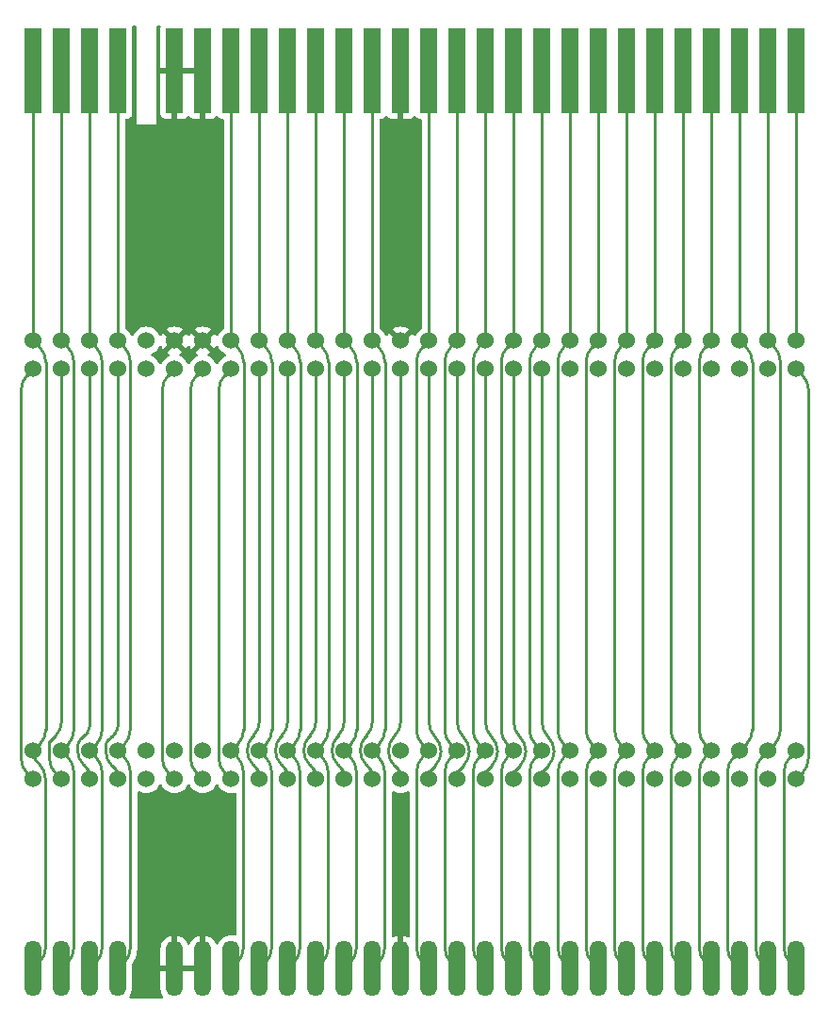
<source format=gbr>
%TF.GenerationSoftware,KiCad,Pcbnew,8.0.0*%
%TF.CreationDate,2024-02-29T19:57:34+01:00*%
%TF.ProjectId,ZX Spectrum_ BUS Expander,5a582053-7065-4637-9472-756d2c204255,rev?*%
%TF.SameCoordinates,Original*%
%TF.FileFunction,Copper,L2,Bot*%
%TF.FilePolarity,Positive*%
%FSLAX46Y46*%
G04 Gerber Fmt 4.6, Leading zero omitted, Abs format (unit mm)*
G04 Created by KiCad (PCBNEW 8.0.0) date 2024-02-29 19:57:34*
%MOMM*%
%LPD*%
G01*
G04 APERTURE LIST*
G04 Aperture macros list*
%AMRoundRect*
0 Rectangle with rounded corners*
0 $1 Rounding radius*
0 $2 $3 $4 $5 $6 $7 $8 $9 X,Y pos of 4 corners*
0 Add a 4 corners polygon primitive as box body*
4,1,4,$2,$3,$4,$5,$6,$7,$8,$9,$2,$3,0*
0 Add four circle primitives for the rounded corners*
1,1,$1+$1,$2,$3*
1,1,$1+$1,$4,$5*
1,1,$1+$1,$6,$7*
1,1,$1+$1,$8,$9*
0 Add four rect primitives between the rounded corners*
20,1,$1+$1,$2,$3,$4,$5,0*
20,1,$1+$1,$4,$5,$6,$7,0*
20,1,$1+$1,$6,$7,$8,$9,0*
20,1,$1+$1,$8,$9,$2,$3,0*%
G04 Aperture macros list end*
%TA.AperFunction,ComponentPad*%
%ADD10C,1.524000*%
%TD*%
%TA.AperFunction,SMDPad,CuDef*%
%ADD11RoundRect,0.762000X0.000000X-1.738000X0.000000X-1.738000X0.000000X1.738000X0.000000X1.738000X0*%
%TD*%
%TA.AperFunction,SMDPad,CuDef*%
%ADD12R,1.524000X7.620000*%
%TD*%
%TA.AperFunction,Conductor*%
%ADD13C,0.250000*%
%TD*%
G04 APERTURE END LIST*
D10*
%TO.P,J1,*%
%TO.N,*%
X115646200Y-80010000D03*
X115646200Y-82550000D03*
%TO.P,J1,A1,Pin_a1*%
%TO.N,A15*%
X105486200Y-82550000D03*
%TO.P,J1,A2,Pin_a2*%
%TO.N,A13*%
X108026200Y-82550000D03*
%TO.P,J1,A3,Pin_a3*%
%TO.N,D7*%
X110566200Y-82550000D03*
%TO.P,J1,A4,Pin_a4*%
%TO.N,~{OEM_ROM1}*%
X113106200Y-82550000D03*
%TO.P,J1,A6,Pin_a6*%
%TO.N,D0*%
X118186200Y-82550000D03*
%TO.P,J1,A7,Pin_a7*%
%TO.N,D1*%
X120726200Y-82550000D03*
%TO.P,J1,A8,Pin_a8*%
%TO.N,D2*%
X123266200Y-82550000D03*
%TO.P,J1,A9,Pin_a9*%
%TO.N,D6*%
X125806200Y-82550000D03*
%TO.P,J1,A10,Pin_a10*%
%TO.N,D5*%
X128346200Y-82550000D03*
%TO.P,J1,A11,Pin_a11*%
%TO.N,D3*%
X130886200Y-82550000D03*
%TO.P,J1,A12,Pin_a12*%
%TO.N,D4*%
X133426200Y-82550000D03*
%TO.P,J1,A13,Pin_a13*%
%TO.N,~{INT}*%
X135966200Y-82550000D03*
%TO.P,J1,A14,Pin_a14*%
%TO.N,~{NMI}*%
X138506200Y-82550000D03*
%TO.P,J1,A15,Pin_a15*%
%TO.N,~{HALT}*%
X141046200Y-82550000D03*
%TO.P,J1,A16,Pin_a16*%
%TO.N,~{MREQ}*%
X143586200Y-82550000D03*
%TO.P,J1,A17,Pin_a17*%
%TO.N,~{IORQ}*%
X146126200Y-82550000D03*
%TO.P,J1,A18,Pin_a18*%
%TO.N,~{RD}*%
X148666200Y-82550000D03*
%TO.P,J1,A19,Pin_a19*%
%TO.N,~{WR}*%
X151206200Y-82550000D03*
%TO.P,J1,A20,Pin_a20*%
%TO.N,-5V*%
X153746200Y-82550000D03*
%TO.P,J1,A21,Pin_a21*%
%TO.N,~{WAIT}*%
X156286200Y-82550000D03*
%TO.P,J1,A22,Pin_a22*%
%TO.N,+12V*%
X158826200Y-82550000D03*
%TO.P,J1,A23,Pin_a23*%
%TO.N,12VAC*%
X161366200Y-82550000D03*
%TO.P,J1,A24,Pin_a24*%
%TO.N,~{M1}*%
X163906200Y-82550000D03*
%TO.P,J1,A25,Pin_a25*%
%TO.N,~{RFSH}*%
X166446200Y-82550000D03*
%TO.P,J1,A26,Pin_a26*%
%TO.N,A8*%
X168986200Y-82550000D03*
%TO.P,J1,A27,Pin_a27*%
%TO.N,A10*%
X171526200Y-82550000D03*
%TO.P,J1,A28,Pin_a28*%
%TO.N,RESET{slash}NC*%
X174066200Y-82550000D03*
%TO.P,J1,B1,Pin_b1*%
%TO.N,A14*%
X105486200Y-80010000D03*
%TO.P,J1,B2,Pin_b2*%
%TO.N,A12*%
X108026200Y-80010000D03*
%TO.P,J1,B3,Pin_b3*%
%TO.N,+5V*%
X110566200Y-80010000D03*
%TO.P,J1,B4,Pin_b4*%
%TO.N,+9V*%
X113106200Y-80010000D03*
%TO.P,J1,B6,Pin_b6*%
%TO.N,GND*%
X118186200Y-80010000D03*
%TO.P,J1,B7,Pin_b7*%
X120726200Y-80010000D03*
%TO.P,J1,B8,Pin_b8*%
%TO.N,~{CLK}*%
X123266200Y-80010000D03*
%TO.P,J1,B9,Pin_b9*%
%TO.N,A0*%
X125806200Y-80010000D03*
%TO.P,J1,B10,Pin_b10*%
%TO.N,A1*%
X128346200Y-80010000D03*
%TO.P,J1,B11,Pin_b11*%
%TO.N,A2*%
X130886200Y-80010000D03*
%TO.P,J1,B12,Pin_b12*%
%TO.N,A3*%
X133426200Y-80010000D03*
%TO.P,J1,B13,Pin_b13*%
%TO.N,~{IORQGE}*%
X135966200Y-80010000D03*
%TO.P,J1,B14,Pin_b14*%
%TO.N,GND*%
X138506200Y-80010000D03*
%TO.P,J1,B15,Pin_b15*%
%TO.N,~{OE_ROM2{slash}VIDEO}*%
X141046200Y-80010000D03*
%TO.P,J1,B16,Pin_b16*%
%TO.N,~{Y}*%
X143586200Y-80010000D03*
%TO.P,J1,B17,Pin_b17*%
%TO.N,V*%
X146126200Y-80010000D03*
%TO.P,J1,B18,Pin_b18*%
%TO.N,U*%
X148666200Y-80010000D03*
%TO.P,J1,B19,Pin_b19*%
%TO.N,~{BUSRQ}*%
X151206200Y-80010000D03*
%TO.P,J1,B20,Pin_b20*%
%TO.N,~{RESET}*%
X153746200Y-80010000D03*
%TO.P,J1,B21,Pin_b21*%
%TO.N,A7*%
X156286200Y-80010000D03*
%TO.P,J1,B22,Pin_b22*%
%TO.N,A6*%
X158826200Y-80010000D03*
%TO.P,J1,B23,Pin_b23*%
%TO.N,A5*%
X161366200Y-80010000D03*
%TO.P,J1,B24,Pin_b24*%
%TO.N,A4*%
X163906200Y-80010000D03*
%TO.P,J1,B25,Pin_b25*%
%TO.N,~{ROMCS}*%
X166446200Y-80010000D03*
%TO.P,J1,B26,Pin_b26*%
%TO.N,~{BUSACK}*%
X168986200Y-80010000D03*
%TO.P,J1,B27,Pin_b27*%
%TO.N,A9*%
X171526200Y-80010000D03*
%TO.P,J1,B28,Pin_b28*%
%TO.N,A11*%
X174066200Y-80010000D03*
%TD*%
D11*
%TO.P,Z1,B1,A14*%
%TO.N,A14*%
X105486200Y-136398000D03*
%TO.P,Z1,B2,A12*%
%TO.N,A12*%
X108026200Y-136398000D03*
%TO.P,Z1,B3,+5v*%
%TO.N,+5V*%
X110566200Y-136398000D03*
%TO.P,Z1,B4,+9V*%
%TO.N,+9V*%
X113106200Y-136398000D03*
%TO.P,Z1,B6,GND*%
%TO.N,GND*%
X118186200Y-136398000D03*
%TO.P,Z1,B7,GND*%
X120726200Y-136398000D03*
%TO.P,Z1,B8,~{CLK}*%
%TO.N,~{CLK}*%
X123266200Y-136398000D03*
%TO.P,Z1,B9,A0*%
%TO.N,A0*%
X125806200Y-136398000D03*
%TO.P,Z1,B10,A1*%
%TO.N,A1*%
X128346200Y-136398000D03*
%TO.P,Z1,B11,A2*%
%TO.N,A2*%
X130886200Y-136398000D03*
%TO.P,Z1,B12,A3*%
%TO.N,A3*%
X133426200Y-136398000D03*
%TO.P,Z1,B13,~{IORQGE}*%
%TO.N,~{IORQGE}*%
X135966200Y-136398000D03*
%TO.P,Z1,B14,GND*%
%TO.N,GND*%
X138506200Y-136398000D03*
%TO.P,Z1,B15,~{OE_ROM2}*%
%TO.N,~{OE_ROM2{slash}VIDEO}*%
X141046200Y-136398000D03*
%TO.P,Z1,B16,~{Y}*%
%TO.N,~{Y}*%
X143586200Y-136398000D03*
%TO.P,Z1,B17,V*%
%TO.N,V*%
X146126200Y-136398000D03*
%TO.P,Z1,B18,U*%
%TO.N,U*%
X148666200Y-136398000D03*
%TO.P,Z1,B19,~{BUSRQ}*%
%TO.N,~{BUSRQ}*%
X151206200Y-136398000D03*
%TO.P,Z1,B20,~{RESET}*%
%TO.N,~{RESET}*%
X153746200Y-136398000D03*
%TO.P,Z1,B21,A7*%
%TO.N,A7*%
X156286200Y-136398000D03*
%TO.P,Z1,B22,A6*%
%TO.N,A6*%
X158826200Y-136398000D03*
%TO.P,Z1,B23,A5*%
%TO.N,A5*%
X161366200Y-136398000D03*
%TO.P,Z1,B24,A4*%
%TO.N,A4*%
X163906200Y-136398000D03*
%TO.P,Z1,B25,~{ROMCS}*%
%TO.N,~{ROMCS}*%
X166446200Y-136398000D03*
%TO.P,Z1,B26,~{BUSACK}*%
%TO.N,~{BUSACK}*%
X168986200Y-136398000D03*
%TO.P,Z1,B27,A9*%
%TO.N,A9*%
X171526200Y-136398000D03*
%TO.P,Z1,B28,A11*%
%TO.N,A11*%
X174066200Y-136398000D03*
%TD*%
D10*
%TO.P,J2,*%
%TO.N,*%
X115646200Y-116840000D03*
X115646200Y-119380000D03*
%TO.P,J2,A1,Pin_a1*%
%TO.N,A15*%
X105486200Y-119380000D03*
%TO.P,J2,A2,Pin_a2*%
%TO.N,A13*%
X108026200Y-119380000D03*
%TO.P,J2,A3,Pin_a3*%
%TO.N,D7*%
X110566200Y-119380000D03*
%TO.P,J2,A4,Pin_a4*%
%TO.N,~{OEM_ROM1}*%
X113106200Y-119380000D03*
%TO.P,J2,A6,Pin_a6*%
%TO.N,D0*%
X118186200Y-119380000D03*
%TO.P,J2,A7,Pin_a7*%
%TO.N,D1*%
X120726200Y-119380000D03*
%TO.P,J2,A8,Pin_a8*%
%TO.N,D2*%
X123266200Y-119380000D03*
%TO.P,J2,A9,Pin_a9*%
%TO.N,D6*%
X125806200Y-119380000D03*
%TO.P,J2,A10,Pin_a10*%
%TO.N,D5*%
X128346200Y-119380000D03*
%TO.P,J2,A11,Pin_a11*%
%TO.N,D3*%
X130886200Y-119380000D03*
%TO.P,J2,A12,Pin_a12*%
%TO.N,D4*%
X133426200Y-119380000D03*
%TO.P,J2,A13,Pin_a13*%
%TO.N,~{INT}*%
X135966200Y-119380000D03*
%TO.P,J2,A14,Pin_a14*%
%TO.N,~{NMI}*%
X138506200Y-119380000D03*
%TO.P,J2,A15,Pin_a15*%
%TO.N,~{HALT}*%
X141046200Y-119380000D03*
%TO.P,J2,A16,Pin_a16*%
%TO.N,~{MREQ}*%
X143586200Y-119380000D03*
%TO.P,J2,A17,Pin_a17*%
%TO.N,~{IORQ}*%
X146126200Y-119380000D03*
%TO.P,J2,A18,Pin_a18*%
%TO.N,~{RD}*%
X148666200Y-119380000D03*
%TO.P,J2,A19,Pin_a19*%
%TO.N,~{WR}*%
X151206200Y-119380000D03*
%TO.P,J2,A20,Pin_a20*%
%TO.N,-5V*%
X153746200Y-119380000D03*
%TO.P,J2,A21,Pin_a21*%
%TO.N,~{WAIT}*%
X156286200Y-119380000D03*
%TO.P,J2,A22,Pin_a22*%
%TO.N,+12V*%
X158826200Y-119380000D03*
%TO.P,J2,A23,Pin_a23*%
%TO.N,12VAC*%
X161366200Y-119380000D03*
%TO.P,J2,A24,Pin_a24*%
%TO.N,~{M1}*%
X163906200Y-119380000D03*
%TO.P,J2,A25,Pin_a25*%
%TO.N,~{RFSH}*%
X166446200Y-119380000D03*
%TO.P,J2,A26,Pin_a26*%
%TO.N,A8*%
X168986200Y-119380000D03*
%TO.P,J2,A27,Pin_a27*%
%TO.N,A10*%
X171526200Y-119380000D03*
%TO.P,J2,A28,Pin_a28*%
%TO.N,RESET{slash}NC*%
X174066200Y-119380000D03*
%TO.P,J2,B1,Pin_b1*%
%TO.N,A14*%
X105486200Y-116840000D03*
%TO.P,J2,B2,Pin_b2*%
%TO.N,A12*%
X108026200Y-116840000D03*
%TO.P,J2,B3,Pin_b3*%
%TO.N,+5V*%
X110566200Y-116840000D03*
%TO.P,J2,B4,Pin_b4*%
%TO.N,+9V*%
X113106200Y-116840000D03*
%TO.P,J2,B6,Pin_b6*%
%TO.N,GND*%
X118186200Y-116840000D03*
%TO.P,J2,B7,Pin_b7*%
X120726200Y-116840000D03*
%TO.P,J2,B8,Pin_b8*%
%TO.N,~{CLK}*%
X123266200Y-116840000D03*
%TO.P,J2,B9,Pin_b9*%
%TO.N,A0*%
X125806200Y-116840000D03*
%TO.P,J2,B10,Pin_b10*%
%TO.N,A1*%
X128346200Y-116840000D03*
%TO.P,J2,B11,Pin_b11*%
%TO.N,A2*%
X130886200Y-116840000D03*
%TO.P,J2,B12,Pin_b12*%
%TO.N,A3*%
X133426200Y-116840000D03*
%TO.P,J2,B13,Pin_b13*%
%TO.N,~{IORQGE}*%
X135966200Y-116840000D03*
%TO.P,J2,B14,Pin_b14*%
%TO.N,GND*%
X138506200Y-116840000D03*
%TO.P,J2,B15,Pin_b15*%
%TO.N,~{OE_ROM2{slash}VIDEO}*%
X141046200Y-116840000D03*
%TO.P,J2,B16,Pin_b16*%
%TO.N,~{Y}*%
X143586200Y-116840000D03*
%TO.P,J2,B17,Pin_b17*%
%TO.N,V*%
X146126200Y-116840000D03*
%TO.P,J2,B18,Pin_b18*%
%TO.N,U*%
X148666200Y-116840000D03*
%TO.P,J2,B19,Pin_b19*%
%TO.N,~{BUSRQ}*%
X151206200Y-116840000D03*
%TO.P,J2,B20,Pin_b20*%
%TO.N,~{RESET}*%
X153746200Y-116840000D03*
%TO.P,J2,B21,Pin_b21*%
%TO.N,A7*%
X156286200Y-116840000D03*
%TO.P,J2,B22,Pin_b22*%
%TO.N,A6*%
X158826200Y-116840000D03*
%TO.P,J2,B23,Pin_b23*%
%TO.N,A5*%
X161366200Y-116840000D03*
%TO.P,J2,B24,Pin_b24*%
%TO.N,A4*%
X163906200Y-116840000D03*
%TO.P,J2,B25,Pin_b25*%
%TO.N,~{ROMCS}*%
X166446200Y-116840000D03*
%TO.P,J2,B26,Pin_b26*%
%TO.N,~{BUSACK}*%
X168986200Y-116840000D03*
%TO.P,J2,B27,Pin_b27*%
%TO.N,A9*%
X171526200Y-116840000D03*
%TO.P,J2,B28,Pin_b28*%
%TO.N,A11*%
X174066200Y-116840000D03*
%TD*%
D12*
%TO.P,Z2,B1,A14*%
%TO.N,A14*%
X105486200Y-55753000D03*
%TO.P,Z2,B2,A12*%
%TO.N,A12*%
X108026200Y-55753000D03*
%TO.P,Z2,B3,+5v*%
%TO.N,+5V*%
X110566200Y-55753000D03*
%TO.P,Z2,B4,+9V*%
%TO.N,+9V*%
X113106200Y-55753000D03*
%TO.P,Z2,B6,GND*%
%TO.N,GND*%
X118186200Y-55753000D03*
%TO.P,Z2,B7,GND*%
X120726200Y-55753000D03*
%TO.P,Z2,B8,~{CLK}*%
%TO.N,~{CLK}*%
X123266200Y-55753000D03*
%TO.P,Z2,B9,A0*%
%TO.N,A0*%
X125806200Y-55753000D03*
%TO.P,Z2,B10,A1*%
%TO.N,A1*%
X128346200Y-55753000D03*
%TO.P,Z2,B11,A2*%
%TO.N,A2*%
X130886200Y-55753000D03*
%TO.P,Z2,B12,A3*%
%TO.N,A3*%
X133426200Y-55753000D03*
%TO.P,Z2,B13,~{IORQGE}*%
%TO.N,~{IORQGE}*%
X135966200Y-55753000D03*
%TO.P,Z2,B14,GND*%
%TO.N,GND*%
X138506200Y-55753000D03*
%TO.P,Z2,B15,~{OE_ROM2}*%
%TO.N,~{OE_ROM2{slash}VIDEO}*%
X141046200Y-55753000D03*
%TO.P,Z2,B16,~{Y}*%
%TO.N,~{Y}*%
X143586200Y-55753000D03*
%TO.P,Z2,B17,V*%
%TO.N,V*%
X146126200Y-55753000D03*
%TO.P,Z2,B18,U*%
%TO.N,U*%
X148666200Y-55753000D03*
%TO.P,Z2,B19,~{BUSRQ}*%
%TO.N,~{BUSRQ}*%
X151206200Y-55753000D03*
%TO.P,Z2,B20,~{RESET}*%
%TO.N,~{RESET}*%
X153746200Y-55753000D03*
%TO.P,Z2,B21,A7*%
%TO.N,A7*%
X156286200Y-55753000D03*
%TO.P,Z2,B22,A6*%
%TO.N,A6*%
X158826200Y-55753000D03*
%TO.P,Z2,B23,A5*%
%TO.N,A5*%
X161366200Y-55753000D03*
%TO.P,Z2,B24,A4*%
%TO.N,A4*%
X163906200Y-55753000D03*
%TO.P,Z2,B25,~{ROMCS}*%
%TO.N,~{ROMCS}*%
X166446200Y-55753000D03*
%TO.P,Z2,B26,~{BUSACK}*%
%TO.N,~{BUSACK}*%
X168986200Y-55753000D03*
%TO.P,Z2,B27,A9*%
%TO.N,A9*%
X171526200Y-55753000D03*
%TO.P,Z2,B28,A11*%
%TO.N,A11*%
X174066200Y-55753000D03*
%TD*%
D13*
%TO.N,A9*%
X171248436Y-117117761D02*
X171178936Y-117187261D01*
X172012346Y-116353852D02*
X171942902Y-116423296D01*
X171942902Y-116423296D02*
X171873458Y-116492740D01*
X171439392Y-116926805D02*
X171335254Y-117030942D01*
X171803987Y-116562211D02*
X171734523Y-116631674D01*
X171717177Y-116649021D02*
X171613021Y-116753177D01*
X171317936Y-117048261D02*
X171248436Y-117117761D01*
X171109465Y-117256733D02*
X171040021Y-117326176D01*
X171022646Y-117343552D02*
X170987915Y-117378284D01*
X171873449Y-116492749D02*
X171803987Y-116562211D01*
X171178908Y-117187290D02*
X171109465Y-117256733D01*
X172064437Y-116301762D02*
X172029712Y-116336487D01*
%TO.N,~{BUSACK}*%
X169551101Y-116275098D02*
X169550504Y-116275693D01*
X169545430Y-116280766D02*
X169543042Y-116283154D01*
X169547817Y-116278379D02*
X169545430Y-116280766D01*
X169539162Y-116287033D02*
X169538564Y-116287630D01*
X169539759Y-116286436D02*
X169539162Y-116287033D01*
X169549907Y-116276290D02*
X169549310Y-116276887D01*
X169527522Y-116298674D02*
X169517972Y-116308225D01*
X169549310Y-116276887D02*
X169548712Y-116277484D01*
X169536775Y-116289421D02*
X169533790Y-116292406D01*
X169543042Y-116283154D02*
X169540655Y-116285541D01*
X169533790Y-116292406D02*
X169530805Y-116295391D01*
%TO.N,A9*%
X172012346Y-116353852D02*
X172029712Y-116336487D01*
X171040021Y-117326176D02*
X171022646Y-117343552D01*
X171873458Y-116492740D02*
X171873449Y-116492749D01*
X171178936Y-117187261D02*
X171178908Y-117187290D01*
X171439392Y-116926805D02*
X171613021Y-116753177D01*
%TO.N,~{BUSACK}*%
X169527522Y-116298674D02*
X169530805Y-116295391D01*
X169538564Y-116287630D02*
X169536775Y-116289421D01*
X169547817Y-116278379D02*
X169548712Y-116277484D01*
X169539759Y-116286436D02*
X169540655Y-116285541D01*
X169550504Y-116275693D02*
X169549907Y-116276290D01*
%TO.N,A9*%
X171335254Y-117030942D02*
X171317936Y-117048261D01*
X171734523Y-116631674D02*
X171717177Y-116649021D01*
%TO.N,~{BUSACK}*%
X169268801Y-80292599D02*
G75*
G02*
X168986183Y-79610343I682299J682299D01*
G01*
%TO.N,~{ROMCS}*%
X166446200Y-79617096D02*
G75*
G02*
X166168386Y-80287836I-948600J-4D01*
G01*
%TO.N,A4*%
X163906200Y-79611085D02*
G75*
G02*
X163624140Y-80292090I-963100J-15D01*
G01*
%TO.N,A5*%
X161088375Y-117117825D02*
G75*
G03*
X161088375Y-116562175I-277875J277825D01*
G01*
X161366200Y-79611085D02*
G75*
G02*
X161084140Y-80292090I-963100J-15D01*
G01*
%TO.N,A6*%
X158553850Y-117112350D02*
G75*
G03*
X158553850Y-116567650I-272350J272350D01*
G01*
%TO.N,A7*%
X156008375Y-117117825D02*
G75*
G03*
X156008375Y-116562175I-277875J277825D01*
G01*
X156004125Y-80292075D02*
G75*
G03*
X156286179Y-79611085I-681025J680975D01*
G01*
%TO.N,~{BUSRQ}*%
X150928375Y-117117825D02*
G75*
G03*
X150928375Y-116562175I-277875J277825D01*
G01*
%TO.N,U*%
X148666200Y-79611085D02*
G75*
G02*
X148384140Y-80292090I-963100J-15D01*
G01*
%TO.N,V*%
X145848375Y-117117825D02*
G75*
G03*
X145848375Y-116562175I-277875J277825D01*
G01*
%TO.N,~{Y}*%
X143308375Y-116562175D02*
G75*
G02*
X143308375Y-117117825I-277875J-277825D01*
G01*
%TO.N,~{OE_ROM2{slash}VIDEO}*%
X140764125Y-80292075D02*
G75*
G03*
X141046179Y-79611085I-681025J680975D01*
G01*
%TO.N,~{IORQGE}*%
X136248275Y-80292075D02*
G75*
G02*
X135966221Y-79611085I681025J680975D01*
G01*
%TO.N,A1*%
X128624000Y-116562200D02*
G75*
G03*
X128624000Y-117117800I277800J-277800D01*
G01*
X128346200Y-79611085D02*
G75*
G03*
X128628260Y-80292090I963100J-15D01*
G01*
%TO.N,A0*%
X126084000Y-116562200D02*
G75*
G03*
X126084000Y-117117800I277800J-277800D01*
G01*
X126088275Y-80292075D02*
G75*
G02*
X125806221Y-79611085I681025J680975D01*
G01*
%TO.N,~{CLK}*%
X123548275Y-80292075D02*
G75*
G02*
X123266221Y-79611085I681025J680975D01*
G01*
%TO.N,+9V*%
X113106200Y-79625086D02*
G75*
G03*
X113378361Y-80282189I929300J-14D01*
G01*
%TO.N,+5V*%
X110566200Y-79617944D02*
G75*
G03*
X110843448Y-80287202I946500J44D01*
G01*
%TO.N,A12*%
X108303425Y-117117225D02*
G75*
G02*
X108303425Y-116562775I277175J277225D01*
G01*
%TO.N,A14*%
X105769451Y-80293249D02*
G75*
G02*
X105486191Y-79609424I683849J683849D01*
G01*
%TO.N,A15*%
X104396600Y-84410063D02*
X104396600Y-117519936D01*
X104941400Y-118835200D02*
X105486200Y-119380000D01*
X104941400Y-83094800D02*
X105486200Y-82550000D01*
X104941400Y-83094800D02*
G75*
G03*
X104396556Y-84410063I1315200J-1315300D01*
G01*
X104941400Y-118835200D02*
G75*
G02*
X104396585Y-117519936I1315300J1315300D01*
G01*
%TO.N,A13*%
X108026200Y-114223823D02*
X108026200Y-82550000D01*
X106997357Y-115981742D02*
X106965300Y-116013800D01*
X107512149Y-115464849D02*
X106998842Y-115978157D01*
X106932500Y-117512937D02*
X106932500Y-116092986D01*
X107479350Y-118833150D02*
X108026200Y-119380000D01*
X106932500Y-117512937D02*
G75*
G03*
X107479361Y-118833139I1867100J37D01*
G01*
X106965301Y-116013801D02*
G75*
G03*
X106932495Y-116092986I79199J-79199D01*
G01*
X107512149Y-115464849D02*
G75*
G03*
X108026208Y-114223823I-1241049J1241049D01*
G01*
X106998100Y-115979950D02*
G75*
G02*
X106998825Y-115978140I2500J50D01*
G01*
X106998100Y-115979950D02*
G75*
G02*
X106997326Y-115981709I-2500J50D01*
G01*
%TO.N,D7*%
X110306621Y-118386221D02*
X110006608Y-118086208D01*
X109474900Y-116502865D02*
X109474900Y-116802550D01*
X109794699Y-115730799D02*
X110113757Y-115411742D01*
X110115242Y-115408157D02*
X110340349Y-115183049D01*
X110566200Y-119012900D02*
X110566200Y-119380000D01*
X110566200Y-114637799D02*
X110566200Y-82550000D01*
X110566200Y-114637799D02*
G75*
G02*
X110340350Y-115183050I-771100J-1D01*
G01*
X109474900Y-116802550D02*
G75*
G03*
X110006576Y-118086240I1815400J-50D01*
G01*
X110115242Y-115408157D02*
G75*
G03*
X110114525Y-115409949I1758J-1743D01*
G01*
X110566200Y-119012900D02*
G75*
G03*
X110306630Y-118386212I-886300J0D01*
G01*
X110114500Y-115409950D02*
G75*
G02*
X110113726Y-115411709I-2500J50D01*
G01*
X109474900Y-116502865D02*
G75*
G02*
X109794710Y-115730810I1091900J-35D01*
G01*
%TO.N,~{OEM_ROM1}*%
X113106200Y-114552452D02*
X113106200Y-82550000D01*
X113106200Y-119061600D02*
X113106200Y-119380000D01*
X112274349Y-115791149D02*
X112533057Y-115532442D01*
X112534542Y-115528857D02*
X112820000Y-115243400D01*
X112014900Y-116880234D02*
X112014900Y-116417517D01*
X112881057Y-118518057D02*
X112560550Y-118197550D01*
X112819999Y-115243399D02*
G75*
G03*
X113106150Y-114552452I-690999J690899D01*
G01*
X112014900Y-116880234D02*
G75*
G03*
X112560560Y-118197540I1863000J34D01*
G01*
X112881056Y-118518058D02*
G75*
G02*
X113106195Y-119061600I-543556J-543542D01*
G01*
X112014900Y-116417517D02*
G75*
G02*
X112274345Y-115791145I885800J17D01*
G01*
X112533800Y-115530650D02*
G75*
G02*
X112534525Y-115528840I2500J50D01*
G01*
X112533800Y-115530650D02*
G75*
G02*
X112533026Y-115532409I-2500J50D01*
G01*
%TO.N,D0*%
X117074900Y-84447107D02*
X117074900Y-117482892D01*
X117630550Y-83105650D02*
X118186200Y-82550000D01*
X117630550Y-118824350D02*
X118186200Y-119380000D01*
X117074900Y-84447107D02*
G75*
G02*
X117630548Y-83105648I1897100J7D01*
G01*
X117630551Y-118824349D02*
G75*
G02*
X117074904Y-117482892I1341449J1341449D01*
G01*
%TO.N,D1*%
X119614900Y-84447107D02*
X119614900Y-117482892D01*
X120170550Y-118824350D02*
X120726200Y-119380000D01*
X120170550Y-83105650D02*
X120726200Y-82550000D01*
X119614900Y-84447107D02*
G75*
G02*
X120170548Y-83105648I1897100J7D01*
G01*
X119614900Y-117482892D02*
G75*
G03*
X120170548Y-118824352I1897100J-8D01*
G01*
%TO.N,D2*%
X122710550Y-83105650D02*
X123266200Y-82550000D01*
X122710550Y-118824350D02*
X123266200Y-119380000D01*
X122154900Y-117482892D02*
X122154900Y-84447107D01*
X122154900Y-84447107D02*
G75*
G02*
X122710548Y-83105648I1897100J7D01*
G01*
X122154900Y-117482892D02*
G75*
G03*
X122710548Y-118824352I1897100J-8D01*
G01*
%TO.N,D6*%
X125246608Y-118086208D02*
X125546621Y-118386221D01*
X125246608Y-115518891D02*
X125260550Y-115504950D01*
X125806200Y-114187634D02*
X125806200Y-82550000D01*
X125806200Y-119012900D02*
X125806200Y-119380000D01*
X125806200Y-119012900D02*
G75*
G03*
X125546630Y-118386212I-886300J0D01*
G01*
X125246609Y-115518892D02*
G75*
G03*
X124714945Y-116802550I1283691J-1283608D01*
G01*
X125806200Y-114187634D02*
G75*
G02*
X125260540Y-115504940I-1863000J34D01*
G01*
X124714900Y-116802550D02*
G75*
G03*
X125246576Y-118086240I1815400J-50D01*
G01*
%TO.N,D5*%
X128086621Y-118386221D02*
X127786608Y-118086208D01*
X127786608Y-115518891D02*
X127800550Y-115504950D01*
X128346200Y-119012900D02*
X128346200Y-119380000D01*
X128346200Y-114187634D02*
X128346200Y-82550000D01*
X127786608Y-118086208D02*
G75*
G02*
X127254945Y-116802550I1283692J1283608D01*
G01*
X127786609Y-115518892D02*
G75*
G03*
X127254945Y-116802550I1283691J-1283608D01*
G01*
X127800550Y-115504950D02*
G75*
G03*
X128346214Y-114187634I-1317350J1317350D01*
G01*
X128346200Y-119012900D02*
G75*
G03*
X128086630Y-118386212I-886300J0D01*
G01*
%TO.N,D3*%
X130326608Y-115518891D02*
X130340549Y-115504949D01*
X130886200Y-114187634D02*
X130886200Y-82550000D01*
X130326608Y-118086208D02*
X130626621Y-118386221D01*
X130886200Y-119012900D02*
X130886200Y-119380000D01*
X130886200Y-119012900D02*
G75*
G03*
X130626630Y-118386212I-886300J0D01*
G01*
X129794900Y-116802550D02*
G75*
G03*
X130326576Y-118086240I1815400J-50D01*
G01*
X129794900Y-116802550D02*
G75*
G02*
X130326577Y-115518860I1815400J50D01*
G01*
X130886200Y-114187634D02*
G75*
G02*
X130340540Y-115504940I-1863000J34D01*
G01*
%TO.N,D4*%
X133426200Y-114187634D02*
X133426200Y-82550000D01*
X132866608Y-118086208D02*
X133166621Y-118386221D01*
X133426200Y-119012900D02*
X133426200Y-119380000D01*
X132880549Y-115504949D02*
X132866608Y-115518891D01*
X132334900Y-116802550D02*
G75*
G03*
X132866576Y-118086240I1815400J-50D01*
G01*
X132334900Y-116802550D02*
G75*
G02*
X132866577Y-115518860I1815400J50D01*
G01*
X133426200Y-114187634D02*
G75*
G02*
X132880540Y-115504940I-1863000J34D01*
G01*
X133166621Y-118386221D02*
G75*
G02*
X133426187Y-119012900I-626721J-626679D01*
G01*
%TO.N,~{INT}*%
X135966200Y-119012900D02*
X135966200Y-119380000D01*
X135966200Y-114187634D02*
X135966200Y-82550000D01*
X135420549Y-115504949D02*
X135406608Y-115518891D01*
X135706621Y-118386221D02*
X135406608Y-118086208D01*
X135966200Y-114187634D02*
G75*
G02*
X135420540Y-115504940I-1863000J34D01*
G01*
X134874900Y-116802550D02*
G75*
G02*
X135406577Y-115518860I1815400J50D01*
G01*
X135966200Y-119012900D02*
G75*
G03*
X135706630Y-118386212I-886300J0D01*
G01*
X134874900Y-116802550D02*
G75*
G03*
X135406576Y-118086240I1815400J-50D01*
G01*
%TO.N,~{NMI}*%
X138281057Y-118518057D02*
X137960550Y-118197550D01*
X138506200Y-119061600D02*
X138506200Y-119380000D01*
X138506200Y-114187634D02*
X138506200Y-82550000D01*
X137414900Y-116822265D02*
X137414900Y-116880234D01*
X138281056Y-118518058D02*
G75*
G02*
X138506195Y-119061600I-543556J-543542D01*
G01*
X137960550Y-118197550D02*
G75*
G02*
X137414886Y-116880234I1317350J1317350D01*
G01*
X137960550Y-115504950D02*
G75*
G03*
X138506214Y-114187634I-1317350J1317350D01*
G01*
X137414900Y-116822265D02*
G75*
G02*
X137960560Y-115504960I1863000J-35D01*
G01*
%TO.N,~{HALT}*%
X141046200Y-114265037D02*
X141046200Y-82550000D01*
X141609074Y-115601274D02*
X141593050Y-115585250D01*
X141276999Y-118496400D02*
X141609074Y-118164325D01*
X141046200Y-119053600D02*
X141046200Y-119380000D01*
X141046200Y-114265037D02*
G75*
G03*
X141593061Y-115585239I1867100J37D01*
G01*
X141609074Y-115601274D02*
G75*
G02*
X142139885Y-116882800I-1281574J-1281526D01*
G01*
X142139900Y-116882800D02*
G75*
G02*
X141609085Y-118164336I-1812400J0D01*
G01*
X141046200Y-119053600D02*
G75*
G02*
X141276999Y-118496400I788000J0D01*
G01*
%TO.N,~{MREQ}*%
X143586200Y-114265037D02*
X143586200Y-82550000D01*
X144133050Y-115585250D02*
X144149074Y-115601274D01*
X143586200Y-119053600D02*
X143586200Y-119380000D01*
X144149074Y-118164324D02*
X143816999Y-118496400D01*
X143586200Y-114265037D02*
G75*
G03*
X144133061Y-115585239I1867100J37D01*
G01*
X144679900Y-116882800D02*
G75*
G02*
X144149085Y-118164335I-1812400J0D01*
G01*
X144679900Y-116882800D02*
G75*
G03*
X144149084Y-115601264I-1812400J0D01*
G01*
X143816999Y-118496400D02*
G75*
G03*
X143586200Y-119053600I557201J-557200D01*
G01*
%TO.N,~{IORQ}*%
X146126200Y-119053600D02*
X146126200Y-119380000D01*
X146356999Y-118496400D02*
X146689074Y-118164324D01*
X146689074Y-115601274D02*
X146673050Y-115585250D01*
X146126200Y-114265037D02*
X146126200Y-82550000D01*
X146126200Y-114265037D02*
G75*
G03*
X146673061Y-115585239I1867100J37D01*
G01*
X146356999Y-118496400D02*
G75*
G03*
X146126200Y-119053600I557201J-557200D01*
G01*
X146689073Y-118164323D02*
G75*
G03*
X147219883Y-116882800I-1281573J1281523D01*
G01*
X146689074Y-115601274D02*
G75*
G02*
X147219885Y-116882800I-1281574J-1281526D01*
G01*
%TO.N,~{RD}*%
X148666200Y-119053600D02*
X148666200Y-119380000D01*
X148896999Y-118496400D02*
X149229074Y-118164324D01*
X149229074Y-115601274D02*
X149213050Y-115585250D01*
X148666200Y-114265037D02*
X148666200Y-82550000D01*
X148896999Y-118496400D02*
G75*
G03*
X148666200Y-119053600I557201J-557200D01*
G01*
X148666200Y-114265037D02*
G75*
G03*
X149213061Y-115585239I1867100J37D01*
G01*
X149759900Y-116882800D02*
G75*
G02*
X149229085Y-118164335I-1812400J0D01*
G01*
X149229074Y-115601274D02*
G75*
G02*
X149759885Y-116882800I-1281574J-1281526D01*
G01*
%TO.N,~{WR}*%
X151206200Y-119053600D02*
X151206200Y-119380000D01*
X151769074Y-118164325D02*
X151436999Y-118496400D01*
X151206200Y-114265037D02*
X151206200Y-82550000D01*
X151753050Y-115585250D02*
X151769074Y-115601274D01*
X151753050Y-115585250D02*
G75*
G02*
X151206185Y-114265037I1320250J1320250D01*
G01*
X151206200Y-119053600D02*
G75*
G02*
X151436999Y-118496400I788000J0D01*
G01*
X151769074Y-115601274D02*
G75*
G02*
X152299885Y-116882800I-1281574J-1281526D01*
G01*
X151769074Y-118164325D02*
G75*
G03*
X152299884Y-116882800I-1281574J1281525D01*
G01*
%TO.N,RESET{slash}NC*%
X174611000Y-118835200D02*
X174066200Y-119380000D01*
X175155800Y-84410063D02*
X175155800Y-117519936D01*
X174611000Y-83094800D02*
X174066200Y-82550000D01*
X174611000Y-118835200D02*
G75*
G03*
X175155815Y-117519936I-1315300J1315300D01*
G01*
X175155800Y-84410063D02*
G75*
G03*
X174610989Y-83094811I-1860100J-37D01*
G01*
%TO.N,A14*%
X105486200Y-79609424D02*
X105486200Y-55753000D01*
X106034300Y-135849900D02*
X105486200Y-136398000D01*
X106052700Y-80576500D02*
X105769450Y-80293250D01*
X106034300Y-118034300D02*
X105714666Y-117714666D01*
X106052699Y-116273499D02*
X105714666Y-116611533D01*
X106619200Y-81944151D02*
X106619200Y-114905848D01*
X106582400Y-119357530D02*
X106582400Y-134526669D01*
X105486200Y-117163100D02*
G75*
G03*
X105714673Y-117714659I780000J0D01*
G01*
X105486200Y-117163100D02*
G75*
G02*
X105714673Y-116611540I780000J0D01*
G01*
X106052699Y-116273499D02*
G75*
G03*
X106619218Y-114905848I-1367699J1367699D01*
G01*
X106582400Y-134526669D02*
G75*
G02*
X106034309Y-135849909I-1871300J-31D01*
G01*
X106034300Y-118034300D02*
G75*
G02*
X106582387Y-119357530I-1323200J-1323200D01*
G01*
X106052699Y-80576501D02*
G75*
G02*
X106619219Y-81944151I-1367699J-1367699D01*
G01*
%TO.N,A12*%
X108581800Y-135842400D02*
X108026200Y-136398000D01*
X109135100Y-81903010D02*
X109135100Y-114946989D01*
X109137400Y-118736937D02*
X109137400Y-134501062D01*
X108026200Y-79225889D02*
X108026200Y-55753000D01*
X108303425Y-117117225D02*
X108581800Y-117395600D01*
X108580650Y-116285550D02*
X108303425Y-116562775D01*
X108580650Y-116285550D02*
G75*
G03*
X109135095Y-114946989I-1338550J1338550D01*
G01*
X108580650Y-80564450D02*
G75*
G02*
X108026205Y-79225889I1338550J1338550D01*
G01*
X108580650Y-80564450D02*
G75*
G02*
X109135095Y-81903010I-1338550J-1338550D01*
G01*
X108581800Y-135842400D02*
G75*
G03*
X109137384Y-134501062I-1341300J1341300D01*
G01*
X108581800Y-117395600D02*
G75*
G02*
X109137384Y-118736937I-1341300J-1341300D01*
G01*
%TO.N,+5V*%
X110566942Y-116839257D02*
X111120650Y-116285550D01*
X110566200Y-79617944D02*
X110566200Y-55753000D01*
X110566942Y-116842842D02*
X111121800Y-117397700D01*
X111677400Y-118739037D02*
X111677400Y-134501062D01*
X111675100Y-114946989D02*
X111675100Y-81903010D01*
X111121800Y-135842400D02*
X110566200Y-136398000D01*
X111120650Y-80564450D02*
X110843425Y-80287225D01*
X111121800Y-135842400D02*
G75*
G03*
X111677384Y-134501062I-1341300J1341300D01*
G01*
X111675100Y-81903010D02*
G75*
G03*
X111120653Y-80564447I-1893000J10D01*
G01*
X111675100Y-114946989D02*
G75*
G02*
X111120653Y-116285553I-1893000J-11D01*
G01*
X110566943Y-116842841D02*
G75*
G02*
X110566226Y-116841051I1757J1741D01*
G01*
X110566200Y-116841050D02*
G75*
G02*
X110566925Y-116839240I2500J50D01*
G01*
X111677400Y-118739037D02*
G75*
G03*
X111121811Y-117397689I-1896900J37D01*
G01*
%TO.N,+9V*%
X113661800Y-117395600D02*
X113650550Y-117384350D01*
X113106200Y-79625086D02*
X113106200Y-55753000D01*
X113378375Y-80282175D02*
X113650550Y-80554350D01*
X114217400Y-118736937D02*
X114217400Y-134501062D01*
X113661800Y-135842400D02*
X113106200Y-136398000D01*
X114194900Y-81868527D02*
X114194900Y-114981472D01*
X114194900Y-81868527D02*
G75*
G03*
X113650558Y-80554342I-1858500J27D01*
G01*
X114217400Y-118736937D02*
G75*
G03*
X113661811Y-117395589I-1896900J37D01*
G01*
X113661800Y-135842400D02*
G75*
G03*
X114217384Y-134501062I-1341300J1341300D01*
G01*
X113650550Y-116295650D02*
G75*
G03*
X113650550Y-117384350I544350J-544350D01*
G01*
X113650549Y-116295649D02*
G75*
G03*
X114194888Y-114981472I-1314149J1314149D01*
G01*
%TO.N,~{CLK}*%
X124377400Y-134501062D02*
X124377400Y-118736937D01*
X123821800Y-116284400D02*
X123830350Y-116275850D01*
X123821800Y-135842400D02*
X123266200Y-136398000D01*
X123830350Y-80574150D02*
X123548275Y-80292075D01*
X124394500Y-81936128D02*
X124394500Y-114913871D01*
X123266200Y-79611085D02*
X123266200Y-55753000D01*
X123821800Y-117395600D02*
G75*
G02*
X124377384Y-118736937I-1341300J-1341300D01*
G01*
X124377400Y-134501062D02*
G75*
G02*
X123821811Y-135842411I-1896900J-38D01*
G01*
X123821800Y-117395600D02*
G75*
G02*
X123821800Y-116284400I555600J555600D01*
G01*
X124394500Y-81936128D02*
G75*
G03*
X123830358Y-80574142I-1926100J28D01*
G01*
X124394500Y-114913871D02*
G75*
G02*
X123830358Y-116275858I-1926100J-29D01*
G01*
%TO.N,A0*%
X126917400Y-118736937D02*
X126917400Y-134501062D01*
X126370350Y-116275850D02*
X126084000Y-116562200D01*
X126934500Y-114913871D02*
X126934500Y-81936128D01*
X126361800Y-135842400D02*
X125806200Y-136398000D01*
X126370350Y-80574150D02*
X126088275Y-80292075D01*
X126361800Y-117395600D02*
X126084000Y-117117800D01*
X125806200Y-79611085D02*
X125806200Y-55753000D01*
X126370350Y-80574150D02*
G75*
G02*
X126934488Y-81936128I-1361950J-1361950D01*
G01*
X126370350Y-116275850D02*
G75*
G03*
X126934488Y-114913871I-1361950J1361950D01*
G01*
X126917400Y-118736937D02*
G75*
G03*
X126361811Y-117395589I-1896900J37D01*
G01*
X126361800Y-135842400D02*
G75*
G03*
X126917384Y-134501062I-1341300J1341300D01*
G01*
%TO.N,A1*%
X128910350Y-80574150D02*
X128628275Y-80292075D01*
X128346200Y-79611085D02*
X128346200Y-55753000D01*
X129474500Y-114913871D02*
X129474500Y-81936128D01*
X128901800Y-117395600D02*
X128624000Y-117117800D01*
X128624000Y-116562200D02*
X128910350Y-116275850D01*
X128901800Y-135842400D02*
X128346200Y-136398000D01*
X129457400Y-134501062D02*
X129457400Y-118736937D01*
X128901800Y-117395600D02*
G75*
G02*
X129457384Y-118736937I-1341300J-1341300D01*
G01*
X128901800Y-135842400D02*
G75*
G03*
X129457384Y-134501062I-1341300J1341300D01*
G01*
X129474500Y-114913871D02*
G75*
G02*
X128910358Y-116275858I-1926100J-29D01*
G01*
X128910350Y-80574150D02*
G75*
G02*
X129474488Y-81936128I-1361950J-1361950D01*
G01*
%TO.N,A2*%
X131450350Y-116275850D02*
X131441800Y-116284400D01*
X131441800Y-135842400D02*
X130886200Y-136398000D01*
X130886200Y-79212171D02*
X130886200Y-55753000D01*
X131997400Y-118736937D02*
X131997400Y-134501062D01*
X132014500Y-114913871D02*
X132014500Y-81936128D01*
X131997400Y-118736937D02*
G75*
G03*
X131441811Y-117395589I-1896900J37D01*
G01*
X131450350Y-80574150D02*
G75*
G02*
X132014488Y-81936128I-1361950J-1361950D01*
G01*
X131441800Y-135842400D02*
G75*
G03*
X131997384Y-134501062I-1341300J1341300D01*
G01*
X131441800Y-116284400D02*
G75*
G03*
X131441800Y-117395600I555600J-555600D01*
G01*
X130886200Y-79212171D02*
G75*
G03*
X131450342Y-80574158I1926100J-29D01*
G01*
X131450350Y-116275850D02*
G75*
G03*
X132014488Y-114913871I-1361950J1361950D01*
G01*
%TO.N,A3*%
X134554500Y-81936128D02*
X134554500Y-114913871D01*
X133426200Y-79212171D02*
X133426200Y-55753000D01*
X134537400Y-118736937D02*
X134537400Y-134501062D01*
X133981800Y-135842400D02*
X133426200Y-136398000D01*
X133981800Y-116284400D02*
X133990350Y-116275850D01*
X134554500Y-81936128D02*
G75*
G03*
X133990358Y-80574142I-1926100J28D01*
G01*
X133426200Y-79212171D02*
G75*
G03*
X133990342Y-80574158I1926100J-29D01*
G01*
X133981800Y-116284400D02*
G75*
G03*
X133981800Y-117395600I555600J-555600D01*
G01*
X133981800Y-135842400D02*
G75*
G03*
X134537384Y-134501062I-1341300J1341300D01*
G01*
X133990350Y-116275850D02*
G75*
G03*
X134554488Y-114913871I-1361950J1361950D01*
G01*
X134537400Y-118736937D02*
G75*
G03*
X133981811Y-117395589I-1896900J37D01*
G01*
%TO.N,~{IORQGE}*%
X135966942Y-116842842D02*
X136521800Y-117397700D01*
X136248275Y-80292075D02*
X136530350Y-80574150D01*
X135966200Y-79611085D02*
X135966200Y-55753000D01*
X136530350Y-116275850D02*
X135966942Y-116839257D01*
X137077400Y-118739037D02*
X137077400Y-134501062D01*
X136521800Y-135842400D02*
X135966200Y-136398000D01*
X137094500Y-81936128D02*
X137094500Y-114913871D01*
X135966942Y-116839257D02*
G75*
G03*
X135966225Y-116841049I1758J-1743D01*
G01*
X136530350Y-116275850D02*
G75*
G03*
X137094488Y-114913871I-1361950J1361950D01*
G01*
X136521800Y-135842400D02*
G75*
G03*
X137077384Y-134501062I-1341300J1341300D01*
G01*
X136521800Y-117397700D02*
G75*
G02*
X137077384Y-118739037I-1341300J-1341300D01*
G01*
X135966943Y-116842841D02*
G75*
G02*
X135966226Y-116841051I1757J1741D01*
G01*
X137094500Y-81936128D02*
G75*
G03*
X136530358Y-80574142I-1926100J28D01*
G01*
%TO.N,~{OE_ROM2{slash}VIDEO}*%
X139917900Y-81936128D02*
X139917900Y-114913871D01*
X140482050Y-116275850D02*
X140490550Y-116284350D01*
X141046200Y-79611085D02*
X141046200Y-55753000D01*
X139934900Y-134500892D02*
X139934900Y-118737107D01*
X140764125Y-80292075D02*
X140482050Y-80574150D01*
X140490550Y-135842350D02*
X141046200Y-136398000D01*
X140490551Y-135842349D02*
G75*
G02*
X139934904Y-134500892I1341449J1341449D01*
G01*
X140490551Y-117395651D02*
G75*
G03*
X139934904Y-118737107I1341449J-1341449D01*
G01*
X140482050Y-80574150D02*
G75*
G03*
X139917912Y-81936128I1361950J-1361950D01*
G01*
X140482050Y-116275850D02*
G75*
G02*
X139917912Y-114913871I1361950J1361950D01*
G01*
X140490549Y-116284351D02*
G75*
G02*
X140490549Y-117395649I-555649J-555649D01*
G01*
%TO.N,~{Y}*%
X143030550Y-117395650D02*
X143308375Y-117117825D01*
X143308375Y-116562175D02*
X143022050Y-116275850D01*
X142457900Y-114913871D02*
X142457900Y-81936128D01*
X143586200Y-79212171D02*
X143586200Y-55753000D01*
X142474900Y-118737107D02*
X142474900Y-134500892D01*
X143030550Y-135842350D02*
X143586200Y-136398000D01*
X142457900Y-114913871D02*
G75*
G03*
X143022042Y-116275858I1926100J-29D01*
G01*
X143030551Y-117395651D02*
G75*
G03*
X142474904Y-118737107I1341449J-1341449D01*
G01*
X143030551Y-135842349D02*
G75*
G02*
X142474904Y-134500892I1341449J1341449D01*
G01*
X142457900Y-81936128D02*
G75*
G02*
X143022042Y-80574142I1926100J28D01*
G01*
X143586200Y-79212171D02*
G75*
G02*
X143022058Y-80574158I-1926100J-29D01*
G01*
%TO.N,V*%
X145014900Y-134500892D02*
X145014900Y-118737107D01*
X145848375Y-116562175D02*
X145562050Y-116275850D01*
X144997900Y-81936128D02*
X144997900Y-114913871D01*
X146126200Y-79212171D02*
X146126200Y-55753000D01*
X145570550Y-135842350D02*
X146126200Y-136398000D01*
X145848375Y-117117825D02*
X145570550Y-117395650D01*
X145562050Y-80574150D02*
G75*
G03*
X146126188Y-79212171I-1361950J1361950D01*
G01*
X144997900Y-81936128D02*
G75*
G02*
X145562042Y-80574142I1926100J28D01*
G01*
X145570551Y-117395651D02*
G75*
G03*
X145014904Y-118737107I1341449J-1341449D01*
G01*
X145562050Y-116275850D02*
G75*
G02*
X144997912Y-114913871I1361950J1361950D01*
G01*
X145570551Y-135842349D02*
G75*
G02*
X145014904Y-134500892I1341449J1341449D01*
G01*
%TO.N,U*%
X148110550Y-135842350D02*
X148666200Y-136398000D01*
X148110550Y-116284350D02*
X148102050Y-116275850D01*
X148666200Y-79611085D02*
X148666200Y-55753000D01*
X147537900Y-81936128D02*
X147537900Y-114913871D01*
X148384125Y-80292075D02*
X148102050Y-80574150D01*
X147554900Y-118737107D02*
X147554900Y-134500892D01*
X148110549Y-116284351D02*
G75*
G02*
X148110549Y-117395649I-555649J-555649D01*
G01*
X148110551Y-135842349D02*
G75*
G02*
X147554904Y-134500892I1341449J1341449D01*
G01*
X147537900Y-81936128D02*
G75*
G02*
X148102042Y-80574142I1926100J28D01*
G01*
X147537900Y-114913871D02*
G75*
G03*
X148102042Y-116275858I1926100J-29D01*
G01*
X148110551Y-117395651D02*
G75*
G03*
X147554904Y-118737107I1341449J-1341449D01*
G01*
%TO.N,~{BUSRQ}*%
X150642050Y-116275850D02*
X150928375Y-116562175D01*
X151206200Y-79212171D02*
X151206200Y-55753000D01*
X150928375Y-117117825D02*
X150650550Y-117395650D01*
X150650550Y-135842350D02*
X151206200Y-136398000D01*
X150094900Y-134500892D02*
X150094900Y-118737107D01*
X150077900Y-81936128D02*
X150077900Y-114913871D01*
X150650551Y-117395651D02*
G75*
G03*
X150094904Y-118737107I1341449J-1341449D01*
G01*
X150642050Y-116275850D02*
G75*
G02*
X150077912Y-114913871I1361950J1361950D01*
G01*
X150077900Y-81936128D02*
G75*
G02*
X150642042Y-80574142I1926100J28D01*
G01*
X150650551Y-135842349D02*
G75*
G02*
X150094904Y-134500892I1341449J1341449D01*
G01*
X150642050Y-80574150D02*
G75*
G03*
X151206188Y-79212171I-1361950J1361950D01*
G01*
%TO.N,~{RESET}*%
X152634900Y-134500892D02*
X152634900Y-118737107D01*
X153190550Y-116284350D02*
X153182050Y-116275850D01*
X152617900Y-114913871D02*
X152617900Y-81936128D01*
X153190550Y-135842350D02*
X153746200Y-136398000D01*
X153746200Y-79212171D02*
X153746200Y-55753000D01*
X153182050Y-80574150D02*
G75*
G03*
X152617912Y-81936128I1361950J-1361950D01*
G01*
X153182050Y-116275850D02*
G75*
G02*
X152617912Y-114913871I1361950J1361950D01*
G01*
X153190551Y-117395651D02*
G75*
G03*
X152634904Y-118737107I1341449J-1341449D01*
G01*
X153746200Y-79212171D02*
G75*
G02*
X153182058Y-80574158I-1926100J-29D01*
G01*
X153190549Y-116284351D02*
G75*
G02*
X153190549Y-117395649I-555649J-555649D01*
G01*
X152634900Y-134500892D02*
G75*
G03*
X153190548Y-135842352I1897100J-8D01*
G01*
%TO.N,A7*%
X155174900Y-134500892D02*
X155174900Y-118737107D01*
X155730550Y-135842350D02*
X156286200Y-136398000D01*
X156004125Y-80292075D02*
X155722050Y-80574150D01*
X155157900Y-114913871D02*
X155157900Y-81936128D01*
X155722050Y-116275850D02*
X156008375Y-116562175D01*
X156286200Y-79611085D02*
X156286200Y-55753000D01*
X155730550Y-117395650D02*
X156008375Y-117117825D01*
X155174900Y-134500892D02*
G75*
G03*
X155730548Y-135842352I1897100J-8D01*
G01*
X155157900Y-114913871D02*
G75*
G03*
X155722042Y-116275858I1926100J-29D01*
G01*
X155722050Y-80574150D02*
G75*
G03*
X155157912Y-81936128I1361950J-1361950D01*
G01*
X155730551Y-117395651D02*
G75*
G03*
X155174904Y-118737107I1341449J-1341449D01*
G01*
%TO.N,A6*%
X158281500Y-116295300D02*
X158553850Y-116567650D01*
X158270550Y-135842350D02*
X158826200Y-136398000D01*
X157736800Y-81869722D02*
X157736800Y-114980277D01*
X157714900Y-134500892D02*
X157714900Y-118737107D01*
X158826200Y-79239677D02*
X158826200Y-55753000D01*
X158270550Y-117395650D02*
X158553850Y-117112350D01*
X157714900Y-134500892D02*
G75*
G03*
X158270548Y-135842352I1897100J-8D01*
G01*
X157736800Y-81869722D02*
G75*
G02*
X158281494Y-80554694I1859700J22D01*
G01*
X158270551Y-117395651D02*
G75*
G03*
X157714904Y-118737107I1341449J-1341449D01*
G01*
X158281501Y-116295299D02*
G75*
G02*
X157736810Y-114980277I1314999J1314999D01*
G01*
X158826200Y-79239677D02*
G75*
G02*
X158281506Y-80554706I-1859700J-23D01*
G01*
%TO.N,A5*%
X161084125Y-80292075D02*
X160802050Y-80574150D01*
X160254900Y-134500892D02*
X160254900Y-118737107D01*
X161366200Y-79611085D02*
X161366200Y-55753000D01*
X161088375Y-116562175D02*
X160802050Y-116275850D01*
X161088375Y-117117825D02*
X160810550Y-117395650D01*
X160237900Y-81936128D02*
X160237900Y-114913871D01*
X160810550Y-135842350D02*
X161366200Y-136398000D01*
X160254900Y-118737107D02*
G75*
G02*
X160810548Y-117395648I1897100J7D01*
G01*
X160254900Y-134500892D02*
G75*
G03*
X160810548Y-135842352I1897100J-8D01*
G01*
X160237900Y-81936128D02*
G75*
G02*
X160802042Y-80574142I1926100J28D01*
G01*
X160802050Y-116275850D02*
G75*
G02*
X160237912Y-114913871I1361950J1361950D01*
G01*
%TO.N,A4*%
X162794900Y-118737107D02*
X162794900Y-134500892D01*
X163350550Y-116284350D02*
X163342050Y-116275850D01*
X163350550Y-135842350D02*
X163906200Y-136398000D01*
X163342050Y-80574150D02*
X163624125Y-80292075D01*
X163906200Y-79611085D02*
X163906200Y-55753000D01*
X162777900Y-81936128D02*
X162777900Y-114913871D01*
X163350549Y-116284351D02*
G75*
G02*
X163350549Y-117395649I-555649J-555649D01*
G01*
X162777900Y-81936128D02*
G75*
G02*
X163342042Y-80574142I1926100J28D01*
G01*
X162794900Y-118737107D02*
G75*
G02*
X163350548Y-117395648I1897100J7D01*
G01*
X162777900Y-114913871D02*
G75*
G03*
X163342042Y-116275858I1926100J-29D01*
G01*
X163350551Y-135842349D02*
G75*
G02*
X162794904Y-134500892I1341449J1341449D01*
G01*
%TO.N,~{ROMCS}*%
X165334900Y-118737107D02*
X165334900Y-134500892D01*
X166446200Y-79617096D02*
X166446200Y-55753000D01*
X165890550Y-80565650D02*
X166168375Y-80287825D01*
X165890550Y-135842350D02*
X166446200Y-136398000D01*
X165334900Y-81907107D02*
X165334900Y-114942892D01*
X165890549Y-116284351D02*
G75*
G02*
X165890549Y-117395649I-555649J-555649D01*
G01*
X165334900Y-118737107D02*
G75*
G02*
X165890548Y-117395648I1897100J7D01*
G01*
X165334900Y-81907107D02*
G75*
G02*
X165890548Y-80565648I1897100J7D01*
G01*
X165890551Y-135842349D02*
G75*
G02*
X165334904Y-134500892I1341449J1341449D01*
G01*
X165890551Y-116284349D02*
G75*
G02*
X165334904Y-114942892I1341449J1341449D01*
G01*
%TO.N,~{BUSACK}*%
X167874900Y-118737107D02*
X167874900Y-134500892D01*
X168430550Y-117395650D02*
X169517972Y-116308225D01*
X170116600Y-81939713D02*
X170116600Y-114910286D01*
X168430550Y-135842350D02*
X168986200Y-136398000D01*
X169268800Y-80292600D02*
X169551400Y-80575200D01*
X169551101Y-116275098D02*
X169551400Y-116274800D01*
X168986200Y-79610343D02*
X168986200Y-55753000D01*
X168430551Y-135842349D02*
G75*
G02*
X167874904Y-134500892I1341449J1341449D01*
G01*
X170116600Y-81939713D02*
G75*
G03*
X169551404Y-80575196I-1929700J13D01*
G01*
X169551400Y-116274800D02*
G75*
G03*
X170116594Y-114910286I-1364500J1364500D01*
G01*
X168430551Y-117395651D02*
G75*
G03*
X167874904Y-118737107I1341449J-1341449D01*
G01*
%TO.N,A9*%
X172081800Y-116284400D02*
X172064437Y-116301762D01*
X170970550Y-135842350D02*
X171526200Y-136398000D01*
X170987915Y-117378284D02*
X170970550Y-117395650D01*
X172637400Y-81906937D02*
X172637400Y-114943062D01*
X171526200Y-79224262D02*
X171526200Y-55753000D01*
X170414900Y-134500892D02*
X170414900Y-118737107D01*
X172081800Y-80565600D02*
G75*
G02*
X172637384Y-81906937I-1341300J-1341300D01*
G01*
X172081800Y-116284400D02*
G75*
G03*
X172637384Y-114943062I-1341300J1341300D01*
G01*
X170970551Y-117395651D02*
G75*
G03*
X170414904Y-118737107I1341449J-1341449D01*
G01*
X170414900Y-134500892D02*
G75*
G03*
X170970548Y-135842352I1897100J-8D01*
G01*
X172081800Y-80565600D02*
G75*
G02*
X171526216Y-79224262I1341300J1341300D01*
G01*
%TO.N,A11*%
X173510550Y-135842350D02*
X174066200Y-136398000D01*
X174066200Y-55753000D02*
X174066200Y-80010000D01*
X173510550Y-117395650D02*
X174066200Y-116840000D01*
X172954900Y-134500892D02*
X172954900Y-118737107D01*
X172954900Y-134500892D02*
G75*
G03*
X173510548Y-135842352I1897100J-8D01*
G01*
X173510551Y-117395651D02*
G75*
G03*
X172954904Y-118737107I1341449J-1341449D01*
G01*
%TD*%
%TA.AperFunction,Conductor*%
%TO.N,GND*%
G36*
X122064065Y-119833435D02*
G01*
X122108582Y-119884811D01*
X122168664Y-120013658D01*
X122168668Y-120013666D01*
X122295370Y-120194615D01*
X122295375Y-120194621D01*
X122451578Y-120350824D01*
X122451584Y-120350829D01*
X122632533Y-120477531D01*
X122632535Y-120477532D01*
X122632538Y-120477534D01*
X122832750Y-120570894D01*
X123046132Y-120628070D01*
X123203323Y-120641822D01*
X123266198Y-120647323D01*
X123266200Y-120647323D01*
X123266202Y-120647323D01*
X123321217Y-120642509D01*
X123486268Y-120628070D01*
X123595809Y-120598718D01*
X123665655Y-120600381D01*
X123723518Y-120639543D01*
X123751023Y-120703771D01*
X123751900Y-120718493D01*
X123751900Y-133321301D01*
X123732215Y-133388340D01*
X123679411Y-133434095D01*
X123610253Y-133444039D01*
X123597602Y-133441543D01*
X123464497Y-133408003D01*
X123331041Y-133397500D01*
X123331040Y-133397500D01*
X123201368Y-133397500D01*
X123201352Y-133397501D01*
X123067897Y-133408003D01*
X122847542Y-133463528D01*
X122847539Y-133463529D01*
X122640631Y-133557512D01*
X122640625Y-133557515D01*
X122453823Y-133686931D01*
X122293131Y-133847623D01*
X122163715Y-134034425D01*
X122163714Y-134034427D01*
X122108824Y-134155270D01*
X122063176Y-134208167D01*
X121996177Y-134227988D01*
X121929098Y-134208440D01*
X121883236Y-134155729D01*
X121883026Y-134155269D01*
X121828251Y-134034677D01*
X121828250Y-134034675D01*
X121698882Y-133847944D01*
X121538255Y-133687317D01*
X121351524Y-133557949D01*
X121351522Y-133557948D01*
X121144697Y-133464004D01*
X120976200Y-133421546D01*
X120976200Y-136524000D01*
X120956515Y-136591039D01*
X120903711Y-136636794D01*
X120852200Y-136648000D01*
X116924201Y-136648000D01*
X116924201Y-138200821D01*
X116934699Y-138334217D01*
X116990204Y-138554499D01*
X117084148Y-138761322D01*
X117084149Y-138761324D01*
X117147329Y-138852519D01*
X117169326Y-138918836D01*
X117151978Y-138986517D01*
X117100792Y-139034076D01*
X117045415Y-139047135D01*
X114247397Y-139047457D01*
X114180356Y-139027780D01*
X114134595Y-138974981D01*
X114124643Y-138905824D01*
X114145455Y-138852841D01*
X114145678Y-138852519D01*
X114208686Y-138761572D01*
X114302669Y-138554663D01*
X114302711Y-138554499D01*
X114358195Y-138334305D01*
X114358195Y-138334304D01*
X114358197Y-138334297D01*
X114368700Y-138200841D01*
X114368699Y-136148000D01*
X116924200Y-136148000D01*
X117936200Y-136148000D01*
X118436200Y-136148000D01*
X120476200Y-136148000D01*
X120476200Y-133421546D01*
X120307702Y-133464004D01*
X120100877Y-133557948D01*
X120100875Y-133557949D01*
X119914144Y-133687317D01*
X119753517Y-133847944D01*
X119624150Y-134034674D01*
X119569099Y-134155873D01*
X119523452Y-134208770D01*
X119456453Y-134228591D01*
X119389373Y-134209043D01*
X119343511Y-134156332D01*
X119343301Y-134155873D01*
X119288249Y-134034674D01*
X119158882Y-133847944D01*
X118998255Y-133687317D01*
X118811524Y-133557949D01*
X118811522Y-133557948D01*
X118604697Y-133464004D01*
X118436200Y-133421546D01*
X118436200Y-136148000D01*
X117936200Y-136148000D01*
X117936200Y-133421546D01*
X117767702Y-133464004D01*
X117560877Y-133557948D01*
X117560875Y-133557949D01*
X117374144Y-133687317D01*
X117213517Y-133847944D01*
X117084149Y-134034675D01*
X117084148Y-134034677D01*
X116990204Y-134241500D01*
X116934699Y-134461782D01*
X116924200Y-134595179D01*
X116924200Y-136148000D01*
X114368699Y-136148000D01*
X114368699Y-136018200D01*
X114387705Y-135952230D01*
X114416882Y-135905793D01*
X114531650Y-135723139D01*
X114654575Y-135467878D01*
X114748146Y-135200459D01*
X114811186Y-134924244D01*
X114842902Y-134642708D01*
X114842900Y-134501049D01*
X114842900Y-134500889D01*
X114842900Y-120593071D01*
X114862585Y-120526032D01*
X114915389Y-120480277D01*
X114984547Y-120470333D01*
X115019302Y-120480688D01*
X115212750Y-120570894D01*
X115426132Y-120628070D01*
X115583323Y-120641822D01*
X115646198Y-120647323D01*
X115646200Y-120647323D01*
X115646202Y-120647323D01*
X115701217Y-120642509D01*
X115866268Y-120628070D01*
X116079650Y-120570894D01*
X116279862Y-120477534D01*
X116460820Y-120350826D01*
X116617026Y-120194620D01*
X116743734Y-120013662D01*
X116803818Y-119884811D01*
X116849990Y-119832371D01*
X116917183Y-119813219D01*
X116984065Y-119833435D01*
X117028582Y-119884811D01*
X117088664Y-120013658D01*
X117088668Y-120013666D01*
X117215370Y-120194615D01*
X117215375Y-120194621D01*
X117371578Y-120350824D01*
X117371584Y-120350829D01*
X117552533Y-120477531D01*
X117552535Y-120477532D01*
X117552538Y-120477534D01*
X117752750Y-120570894D01*
X117966132Y-120628070D01*
X118123323Y-120641822D01*
X118186198Y-120647323D01*
X118186200Y-120647323D01*
X118186202Y-120647323D01*
X118241217Y-120642509D01*
X118406268Y-120628070D01*
X118619650Y-120570894D01*
X118819862Y-120477534D01*
X119000820Y-120350826D01*
X119157026Y-120194620D01*
X119283734Y-120013662D01*
X119343818Y-119884811D01*
X119389990Y-119832371D01*
X119457183Y-119813219D01*
X119524065Y-119833435D01*
X119568582Y-119884811D01*
X119628664Y-120013658D01*
X119628668Y-120013666D01*
X119755370Y-120194615D01*
X119755375Y-120194621D01*
X119911578Y-120350824D01*
X119911584Y-120350829D01*
X120092533Y-120477531D01*
X120092535Y-120477532D01*
X120092538Y-120477534D01*
X120292750Y-120570894D01*
X120506132Y-120628070D01*
X120663323Y-120641822D01*
X120726198Y-120647323D01*
X120726200Y-120647323D01*
X120726202Y-120647323D01*
X120781217Y-120642509D01*
X120946268Y-120628070D01*
X121159650Y-120570894D01*
X121359862Y-120477534D01*
X121540820Y-120350826D01*
X121697026Y-120194620D01*
X121823734Y-120013662D01*
X121883818Y-119884811D01*
X121929990Y-119832371D01*
X121997183Y-119813219D01*
X122064065Y-119833435D01*
G37*
%TD.AperFunction*%
%TA.AperFunction,Conductor*%
G36*
X139265857Y-120498763D02*
G01*
X139304096Y-120557239D01*
X139309400Y-120593117D01*
X139309400Y-133446228D01*
X139289715Y-133513267D01*
X139236911Y-133559022D01*
X139167753Y-133568966D01*
X139134119Y-133559127D01*
X138924697Y-133464004D01*
X138756200Y-133421546D01*
X138756200Y-136524000D01*
X138736515Y-136591039D01*
X138683711Y-136636794D01*
X138632200Y-136648000D01*
X138380200Y-136648000D01*
X138313161Y-136628315D01*
X138267406Y-136575511D01*
X138256200Y-136524000D01*
X138256200Y-133421546D01*
X138087702Y-133464004D01*
X137878181Y-133559173D01*
X137809002Y-133568976D01*
X137745506Y-133539821D01*
X137707852Y-133480966D01*
X137702900Y-133446274D01*
X137702900Y-120593071D01*
X137722585Y-120526032D01*
X137775389Y-120480277D01*
X137844547Y-120470333D01*
X137879302Y-120480688D01*
X138072750Y-120570894D01*
X138286132Y-120628070D01*
X138443323Y-120641822D01*
X138506198Y-120647323D01*
X138506200Y-120647323D01*
X138506202Y-120647323D01*
X138561217Y-120642509D01*
X138726268Y-120628070D01*
X138939650Y-120570894D01*
X139132998Y-120480734D01*
X139202072Y-120470243D01*
X139265857Y-120498763D01*
G37*
%TD.AperFunction*%
%TA.AperFunction,Conductor*%
G36*
X117805200Y-80060160D02*
G01*
X117831164Y-80157061D01*
X117881324Y-80243940D01*
X117952260Y-80314876D01*
X118039139Y-80365036D01*
X118136040Y-80391000D01*
X118158753Y-80391000D01*
X117488010Y-81061740D01*
X117552789Y-81107098D01*
X117681981Y-81167342D01*
X117734420Y-81213514D01*
X117753572Y-81280708D01*
X117733356Y-81347589D01*
X117681981Y-81392106D01*
X117552540Y-81452465D01*
X117552538Y-81452466D01*
X117371577Y-81579175D01*
X117215375Y-81735377D01*
X117088666Y-81916338D01*
X117088665Y-81916340D01*
X117028582Y-82045189D01*
X116982409Y-82097628D01*
X116915216Y-82116780D01*
X116848335Y-82096564D01*
X116803818Y-82045189D01*
X116743817Y-81916517D01*
X116743734Y-81916339D01*
X116670979Y-81812433D01*
X116617027Y-81735381D01*
X116617023Y-81735377D01*
X116460820Y-81579174D01*
X116460816Y-81579171D01*
X116460815Y-81579170D01*
X116279866Y-81452468D01*
X116279858Y-81452464D01*
X116151011Y-81392382D01*
X116098571Y-81346210D01*
X116079419Y-81279017D01*
X116099635Y-81212135D01*
X116151011Y-81167618D01*
X116157002Y-81164824D01*
X116279862Y-81107534D01*
X116460820Y-80980826D01*
X116617026Y-80824620D01*
X116743734Y-80643662D01*
X116804094Y-80514218D01*
X116850266Y-80461779D01*
X116917459Y-80442627D01*
X116984341Y-80462843D01*
X117028858Y-80514219D01*
X117089098Y-80643405D01*
X117089101Y-80643411D01*
X117134458Y-80708187D01*
X117134459Y-80708188D01*
X117805200Y-80037447D01*
X117805200Y-80060160D01*
G37*
%TD.AperFunction*%
%TA.AperFunction,Conductor*%
G36*
X120345200Y-80060160D02*
G01*
X120371164Y-80157061D01*
X120421324Y-80243940D01*
X120492260Y-80314876D01*
X120579139Y-80365036D01*
X120676040Y-80391000D01*
X120698753Y-80391000D01*
X120028010Y-81061740D01*
X120092789Y-81107098D01*
X120221981Y-81167342D01*
X120274420Y-81213514D01*
X120293572Y-81280708D01*
X120273356Y-81347589D01*
X120221981Y-81392106D01*
X120092540Y-81452465D01*
X120092538Y-81452466D01*
X119911577Y-81579175D01*
X119755375Y-81735377D01*
X119628666Y-81916338D01*
X119628665Y-81916340D01*
X119568582Y-82045189D01*
X119522409Y-82097628D01*
X119455216Y-82116780D01*
X119388335Y-82096564D01*
X119343818Y-82045189D01*
X119283817Y-81916517D01*
X119283734Y-81916339D01*
X119210979Y-81812433D01*
X119157027Y-81735381D01*
X119157023Y-81735377D01*
X119000820Y-81579174D01*
X119000816Y-81579171D01*
X119000815Y-81579170D01*
X118819866Y-81452468D01*
X118819862Y-81452466D01*
X118690418Y-81392105D01*
X118637979Y-81345932D01*
X118618827Y-81278739D01*
X118639043Y-81211858D01*
X118690419Y-81167340D01*
X118819616Y-81107095D01*
X118819617Y-81107094D01*
X118884388Y-81061741D01*
X118213648Y-80391000D01*
X118236360Y-80391000D01*
X118333261Y-80365036D01*
X118420140Y-80314876D01*
X118491076Y-80243940D01*
X118541236Y-80157061D01*
X118567200Y-80060160D01*
X118567200Y-80037447D01*
X119237941Y-80708188D01*
X119283294Y-80643417D01*
X119283300Y-80643407D01*
X119343818Y-80513627D01*
X119389990Y-80461187D01*
X119457183Y-80442035D01*
X119524065Y-80462251D01*
X119568582Y-80513627D01*
X119629098Y-80643405D01*
X119629101Y-80643411D01*
X119674458Y-80708187D01*
X119674459Y-80708188D01*
X120345200Y-80037447D01*
X120345200Y-80060160D01*
G37*
%TD.AperFunction*%
%TA.AperFunction,Conductor*%
G36*
X121777941Y-80708188D02*
G01*
X121823294Y-80643417D01*
X121823295Y-80643416D01*
X121883540Y-80514219D01*
X121929712Y-80461780D01*
X121996906Y-80442627D01*
X122063787Y-80462842D01*
X122108305Y-80514218D01*
X122168666Y-80643662D01*
X122168668Y-80643666D01*
X122295370Y-80824615D01*
X122295375Y-80824621D01*
X122451578Y-80980824D01*
X122451584Y-80980829D01*
X122632533Y-81107531D01*
X122632535Y-81107532D01*
X122632538Y-81107534D01*
X122710948Y-81144097D01*
X122761389Y-81167618D01*
X122813828Y-81213790D01*
X122832980Y-81280984D01*
X122812764Y-81347865D01*
X122761389Y-81392382D01*
X122632540Y-81452465D01*
X122632538Y-81452466D01*
X122451577Y-81579175D01*
X122295375Y-81735377D01*
X122168666Y-81916338D01*
X122168665Y-81916340D01*
X122108582Y-82045189D01*
X122062409Y-82097628D01*
X121995216Y-82116780D01*
X121928335Y-82096564D01*
X121883818Y-82045189D01*
X121823817Y-81916517D01*
X121823734Y-81916339D01*
X121750979Y-81812433D01*
X121697027Y-81735381D01*
X121697023Y-81735377D01*
X121540820Y-81579174D01*
X121540816Y-81579171D01*
X121540815Y-81579170D01*
X121359866Y-81452468D01*
X121359862Y-81452466D01*
X121230418Y-81392105D01*
X121177979Y-81345932D01*
X121158827Y-81278739D01*
X121179043Y-81211858D01*
X121230419Y-81167340D01*
X121359616Y-81107095D01*
X121359617Y-81107094D01*
X121424388Y-81061741D01*
X120753648Y-80391000D01*
X120776360Y-80391000D01*
X120873261Y-80365036D01*
X120960140Y-80314876D01*
X121031076Y-80243940D01*
X121081236Y-80157061D01*
X121107200Y-80060160D01*
X121107200Y-80037447D01*
X121777941Y-80708188D01*
G37*
%TD.AperFunction*%
%TA.AperFunction,Conductor*%
G36*
X114693239Y-51708685D02*
G01*
X114738994Y-51761489D01*
X114750200Y-51813000D01*
X114750200Y-60579000D01*
X116528200Y-60579000D01*
X116528200Y-56003000D01*
X116924200Y-56003000D01*
X116924200Y-59610844D01*
X116930601Y-59670372D01*
X116930603Y-59670379D01*
X116980845Y-59805086D01*
X116980849Y-59805093D01*
X117067009Y-59920187D01*
X117067012Y-59920190D01*
X117182106Y-60006350D01*
X117182113Y-60006354D01*
X117316820Y-60056596D01*
X117316827Y-60056598D01*
X117376355Y-60062999D01*
X117376372Y-60063000D01*
X117936200Y-60063000D01*
X117936200Y-56003000D01*
X118436200Y-56003000D01*
X118436200Y-60063000D01*
X118996028Y-60063000D01*
X118996044Y-60062999D01*
X119055572Y-60056598D01*
X119055579Y-60056596D01*
X119190286Y-60006354D01*
X119190293Y-60006350D01*
X119305386Y-59920191D01*
X119356933Y-59851334D01*
X119412867Y-59809463D01*
X119482559Y-59804479D01*
X119543882Y-59837964D01*
X119555467Y-59851334D01*
X119607013Y-59920191D01*
X119722106Y-60006350D01*
X119722113Y-60006354D01*
X119856820Y-60056596D01*
X119856827Y-60056598D01*
X119916355Y-60062999D01*
X119916372Y-60063000D01*
X120476200Y-60063000D01*
X120476200Y-56003000D01*
X118436200Y-56003000D01*
X117936200Y-56003000D01*
X116924200Y-56003000D01*
X116528200Y-56003000D01*
X116528200Y-51813000D01*
X116547885Y-51745961D01*
X116600689Y-51700206D01*
X116652200Y-51689000D01*
X116808533Y-51689000D01*
X116875572Y-51708685D01*
X116921327Y-51761489D01*
X116930869Y-51827852D01*
X116931431Y-51827913D01*
X116931194Y-51830113D01*
X116931271Y-51830647D01*
X116930961Y-51832282D01*
X116924200Y-51895155D01*
X116924200Y-55503000D01*
X120852200Y-55503000D01*
X120919239Y-55522685D01*
X120964994Y-55575489D01*
X120976200Y-55627000D01*
X120976200Y-60063000D01*
X121536028Y-60063000D01*
X121536044Y-60062999D01*
X121595572Y-60056598D01*
X121595579Y-60056596D01*
X121730286Y-60006354D01*
X121730293Y-60006350D01*
X121845387Y-59920190D01*
X121845388Y-59920189D01*
X121896620Y-59851752D01*
X121952553Y-59809880D01*
X122022245Y-59804896D01*
X122083568Y-59838381D01*
X122095153Y-59851750D01*
X122095466Y-59852168D01*
X122146387Y-59920190D01*
X122146655Y-59920547D01*
X122261864Y-60006793D01*
X122261871Y-60006797D01*
X122306818Y-60023561D01*
X122396717Y-60057091D01*
X122456327Y-60063500D01*
X122516700Y-60063499D01*
X122583738Y-60083183D01*
X122629494Y-60135986D01*
X122640700Y-60187499D01*
X122640700Y-78842201D01*
X122621015Y-78909240D01*
X122587823Y-78943776D01*
X122451577Y-79039175D01*
X122295375Y-79195377D01*
X122168667Y-79376337D01*
X122108305Y-79505782D01*
X122062132Y-79558221D01*
X121994938Y-79577372D01*
X121928057Y-79557156D01*
X121883541Y-79505780D01*
X121823298Y-79376589D01*
X121823297Y-79376587D01*
X121777941Y-79311811D01*
X121777940Y-79311810D01*
X121107200Y-79982551D01*
X121107200Y-79959840D01*
X121081236Y-79862939D01*
X121031076Y-79776060D01*
X120960140Y-79705124D01*
X120873261Y-79654964D01*
X120776360Y-79629000D01*
X120753648Y-79629000D01*
X121424388Y-78958259D01*
X121424387Y-78958258D01*
X121359611Y-78912901D01*
X121359605Y-78912898D01*
X121159484Y-78819580D01*
X121159470Y-78819575D01*
X120946186Y-78762426D01*
X120946176Y-78762424D01*
X120726201Y-78743179D01*
X120726199Y-78743179D01*
X120506223Y-78762424D01*
X120506213Y-78762426D01*
X120292929Y-78819575D01*
X120292920Y-78819579D01*
X120092790Y-78912901D01*
X120028011Y-78958258D01*
X120698753Y-79629000D01*
X120676040Y-79629000D01*
X120579139Y-79654964D01*
X120492260Y-79705124D01*
X120421324Y-79776060D01*
X120371164Y-79862939D01*
X120345200Y-79959840D01*
X120345200Y-79982553D01*
X119674458Y-79311811D01*
X119629101Y-79376590D01*
X119568582Y-79506373D01*
X119522409Y-79558812D01*
X119455216Y-79577964D01*
X119388335Y-79557748D01*
X119343818Y-79506373D01*
X119283296Y-79376586D01*
X119237941Y-79311811D01*
X119237940Y-79311810D01*
X118567200Y-79982551D01*
X118567200Y-79959840D01*
X118541236Y-79862939D01*
X118491076Y-79776060D01*
X118420140Y-79705124D01*
X118333261Y-79654964D01*
X118236360Y-79629000D01*
X118213648Y-79629000D01*
X118884388Y-78958259D01*
X118884387Y-78958258D01*
X118819611Y-78912901D01*
X118819605Y-78912898D01*
X118619484Y-78819580D01*
X118619470Y-78819575D01*
X118406186Y-78762426D01*
X118406176Y-78762424D01*
X118186201Y-78743179D01*
X118186199Y-78743179D01*
X117966223Y-78762424D01*
X117966213Y-78762426D01*
X117752929Y-78819575D01*
X117752920Y-78819579D01*
X117552790Y-78912901D01*
X117488011Y-78958258D01*
X118158753Y-79629000D01*
X118136040Y-79629000D01*
X118039139Y-79654964D01*
X117952260Y-79705124D01*
X117881324Y-79776060D01*
X117831164Y-79862939D01*
X117805200Y-79959840D01*
X117805200Y-79982553D01*
X117134458Y-79311811D01*
X117089101Y-79376590D01*
X117028858Y-79505781D01*
X116982685Y-79558220D01*
X116915492Y-79577372D01*
X116848611Y-79557156D01*
X116804094Y-79505781D01*
X116746109Y-79381433D01*
X116743734Y-79376339D01*
X116617026Y-79195380D01*
X116460820Y-79039174D01*
X116460816Y-79039171D01*
X116460815Y-79039170D01*
X116279866Y-78912468D01*
X116279862Y-78912466D01*
X116229963Y-78889198D01*
X116079650Y-78819106D01*
X116079647Y-78819105D01*
X116079645Y-78819104D01*
X115866270Y-78761930D01*
X115866262Y-78761929D01*
X115646202Y-78742677D01*
X115646198Y-78742677D01*
X115426137Y-78761929D01*
X115426129Y-78761930D01*
X115212754Y-78819104D01*
X115212748Y-78819107D01*
X115012540Y-78912465D01*
X115012538Y-78912466D01*
X114831577Y-79039175D01*
X114675375Y-79195377D01*
X114548666Y-79376338D01*
X114548665Y-79376340D01*
X114488582Y-79505189D01*
X114442409Y-79557628D01*
X114375216Y-79576780D01*
X114308335Y-79556564D01*
X114263818Y-79505189D01*
X114206109Y-79381433D01*
X114203734Y-79376339D01*
X114077026Y-79195380D01*
X113920820Y-79039174D01*
X113784576Y-78943775D01*
X113740952Y-78889198D01*
X113731700Y-78842200D01*
X113731700Y-60187499D01*
X113751385Y-60120460D01*
X113804189Y-60074705D01*
X113855700Y-60063499D01*
X113916071Y-60063499D01*
X113916072Y-60063499D01*
X113975683Y-60057091D01*
X114110531Y-60006796D01*
X114225746Y-59920546D01*
X114311996Y-59805331D01*
X114362291Y-59670483D01*
X114368700Y-59610873D01*
X114368699Y-51895128D01*
X114362291Y-51835517D01*
X114361462Y-51827804D01*
X114364467Y-51827480D01*
X114367436Y-51771782D01*
X114408285Y-51715098D01*
X114473296Y-51689497D01*
X114484385Y-51689000D01*
X114626200Y-51689000D01*
X114693239Y-51708685D01*
G37*
%TD.AperFunction*%
%TA.AperFunction,Conductor*%
G36*
X138699239Y-55522685D02*
G01*
X138744994Y-55575489D01*
X138756200Y-55627000D01*
X138756200Y-60063000D01*
X139316028Y-60063000D01*
X139316044Y-60062999D01*
X139375572Y-60056598D01*
X139375579Y-60056596D01*
X139510286Y-60006354D01*
X139510293Y-60006350D01*
X139625387Y-59920190D01*
X139625388Y-59920189D01*
X139676620Y-59851752D01*
X139732553Y-59809880D01*
X139802245Y-59804896D01*
X139863568Y-59838381D01*
X139875153Y-59851750D01*
X139875466Y-59852168D01*
X139926387Y-59920190D01*
X139926655Y-59920547D01*
X140041864Y-60006793D01*
X140041871Y-60006797D01*
X140086818Y-60023561D01*
X140176717Y-60057091D01*
X140236327Y-60063500D01*
X140296700Y-60063499D01*
X140363738Y-60083183D01*
X140409494Y-60135986D01*
X140420700Y-60187499D01*
X140420700Y-78842201D01*
X140401015Y-78909240D01*
X140367823Y-78943776D01*
X140231577Y-79039175D01*
X140075375Y-79195377D01*
X139948667Y-79376337D01*
X139888305Y-79505782D01*
X139842132Y-79558221D01*
X139774938Y-79577372D01*
X139708057Y-79557156D01*
X139663541Y-79505780D01*
X139603298Y-79376589D01*
X139603297Y-79376587D01*
X139557941Y-79311811D01*
X139557940Y-79311810D01*
X138887200Y-79982550D01*
X138887200Y-79959840D01*
X138861236Y-79862939D01*
X138811076Y-79776060D01*
X138740140Y-79705124D01*
X138653261Y-79654964D01*
X138556360Y-79629000D01*
X138533648Y-79629000D01*
X139204388Y-78958259D01*
X139204387Y-78958258D01*
X139139611Y-78912901D01*
X139139605Y-78912898D01*
X138939484Y-78819580D01*
X138939470Y-78819575D01*
X138726186Y-78762426D01*
X138726176Y-78762424D01*
X138506201Y-78743179D01*
X138506199Y-78743179D01*
X138286223Y-78762424D01*
X138286213Y-78762426D01*
X138072929Y-78819575D01*
X138072920Y-78819579D01*
X137872790Y-78912901D01*
X137808011Y-78958258D01*
X138478753Y-79629000D01*
X138456040Y-79629000D01*
X138359139Y-79654964D01*
X138272260Y-79705124D01*
X138201324Y-79776060D01*
X138151164Y-79862939D01*
X138125200Y-79959840D01*
X138125200Y-79982553D01*
X137454458Y-79311811D01*
X137409101Y-79376590D01*
X137348858Y-79505781D01*
X137302685Y-79558220D01*
X137235492Y-79577372D01*
X137168611Y-79557156D01*
X137124094Y-79505781D01*
X137066109Y-79381433D01*
X137063734Y-79376339D01*
X136937026Y-79195380D01*
X136780820Y-79039174D01*
X136644576Y-78943775D01*
X136600952Y-78889198D01*
X136591700Y-78842200D01*
X136591700Y-60187499D01*
X136611385Y-60120460D01*
X136664189Y-60074705D01*
X136715700Y-60063499D01*
X136776071Y-60063499D01*
X136776072Y-60063499D01*
X136835683Y-60057091D01*
X136970531Y-60006796D01*
X137085746Y-59920546D01*
X137137247Y-59851749D01*
X137193179Y-59809880D01*
X137262871Y-59804896D01*
X137324194Y-59838381D01*
X137335779Y-59851751D01*
X137387013Y-59920190D01*
X137502106Y-60006350D01*
X137502113Y-60006354D01*
X137636820Y-60056596D01*
X137636827Y-60056598D01*
X137696355Y-60062999D01*
X137696372Y-60063000D01*
X138256200Y-60063000D01*
X138256200Y-55627000D01*
X138275885Y-55559961D01*
X138328689Y-55514206D01*
X138380200Y-55503000D01*
X138632200Y-55503000D01*
X138699239Y-55522685D01*
G37*
%TD.AperFunction*%
%TD*%
M02*

</source>
